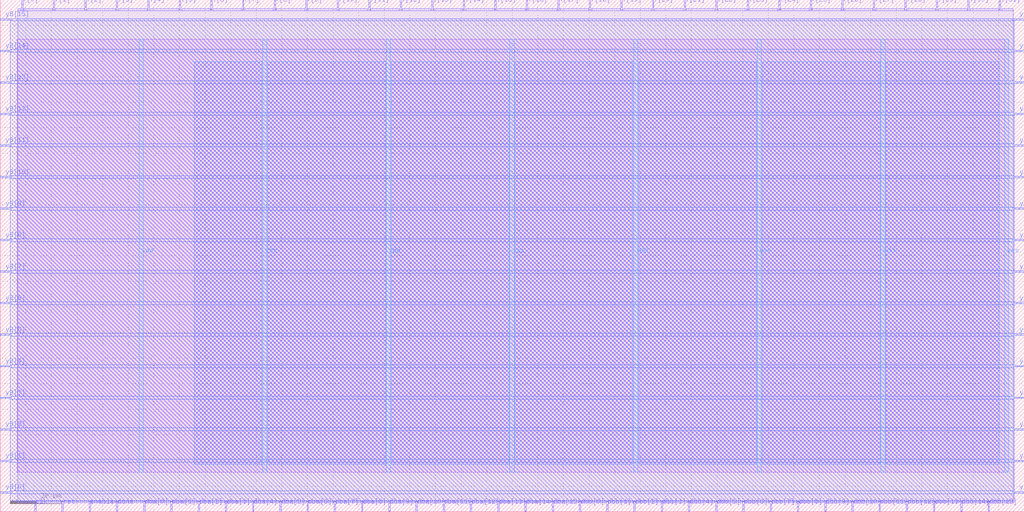
<source format=lef>
VERSION 5.7 ;
  NOWIREEXTENSIONATPIN ON ;
  DIVIDERCHAR "/" ;
  BUSBITCHARS "[]" ;
MACRO BinMultiplier
  CLASS BLOCK ;
  FOREIGN BinMultiplier ;
  ORIGIN 0.000 0.000 ;
  SIZE 400.000 BY 200.000 ;
  PIN Y[0]
    DIRECTION OUTPUT TRISTATE ;
    USE SIGNAL ;
    PORT
      LAYER Metal2 ;
        RECT 8.400 196.000 8.960 200.000 ;
    END
  END Y[0]
  PIN Y[10]
    DIRECTION OUTPUT TRISTATE ;
    USE SIGNAL ;
    PORT
      LAYER Metal2 ;
        RECT 131.600 196.000 132.160 200.000 ;
    END
  END Y[10]
  PIN Y[11]
    DIRECTION OUTPUT TRISTATE ;
    USE SIGNAL ;
    PORT
      LAYER Metal2 ;
        RECT 143.920 196.000 144.480 200.000 ;
    END
  END Y[11]
  PIN Y[12]
    DIRECTION OUTPUT TRISTATE ;
    USE SIGNAL ;
    PORT
      LAYER Metal2 ;
        RECT 156.240 196.000 156.800 200.000 ;
    END
  END Y[12]
  PIN Y[13]
    DIRECTION OUTPUT TRISTATE ;
    USE SIGNAL ;
    PORT
      LAYER Metal2 ;
        RECT 168.560 196.000 169.120 200.000 ;
    END
  END Y[13]
  PIN Y[14]
    DIRECTION OUTPUT TRISTATE ;
    USE SIGNAL ;
    PORT
      LAYER Metal2 ;
        RECT 180.880 196.000 181.440 200.000 ;
    END
  END Y[14]
  PIN Y[15]
    DIRECTION OUTPUT TRISTATE ;
    USE SIGNAL ;
    PORT
      LAYER Metal2 ;
        RECT 193.200 196.000 193.760 200.000 ;
    END
  END Y[15]
  PIN Y[16]
    DIRECTION OUTPUT TRISTATE ;
    USE SIGNAL ;
    PORT
      LAYER Metal2 ;
        RECT 205.520 196.000 206.080 200.000 ;
    END
  END Y[16]
  PIN Y[17]
    DIRECTION OUTPUT TRISTATE ;
    USE SIGNAL ;
    PORT
      LAYER Metal2 ;
        RECT 217.840 196.000 218.400 200.000 ;
    END
  END Y[17]
  PIN Y[18]
    DIRECTION OUTPUT TRISTATE ;
    USE SIGNAL ;
    PORT
      LAYER Metal2 ;
        RECT 230.160 196.000 230.720 200.000 ;
    END
  END Y[18]
  PIN Y[19]
    DIRECTION OUTPUT TRISTATE ;
    USE SIGNAL ;
    PORT
      LAYER Metal2 ;
        RECT 242.480 196.000 243.040 200.000 ;
    END
  END Y[19]
  PIN Y[1]
    DIRECTION OUTPUT TRISTATE ;
    USE SIGNAL ;
    PORT
      LAYER Metal2 ;
        RECT 20.720 196.000 21.280 200.000 ;
    END
  END Y[1]
  PIN Y[20]
    DIRECTION OUTPUT TRISTATE ;
    USE SIGNAL ;
    PORT
      LAYER Metal2 ;
        RECT 254.800 196.000 255.360 200.000 ;
    END
  END Y[20]
  PIN Y[21]
    DIRECTION OUTPUT TRISTATE ;
    USE SIGNAL ;
    PORT
      LAYER Metal2 ;
        RECT 267.120 196.000 267.680 200.000 ;
    END
  END Y[21]
  PIN Y[22]
    DIRECTION OUTPUT TRISTATE ;
    USE SIGNAL ;
    PORT
      LAYER Metal2 ;
        RECT 279.440 196.000 280.000 200.000 ;
    END
  END Y[22]
  PIN Y[23]
    DIRECTION OUTPUT TRISTATE ;
    USE SIGNAL ;
    PORT
      LAYER Metal2 ;
        RECT 291.760 196.000 292.320 200.000 ;
    END
  END Y[23]
  PIN Y[24]
    DIRECTION OUTPUT TRISTATE ;
    USE SIGNAL ;
    PORT
      LAYER Metal2 ;
        RECT 304.080 196.000 304.640 200.000 ;
    END
  END Y[24]
  PIN Y[25]
    DIRECTION OUTPUT TRISTATE ;
    USE SIGNAL ;
    PORT
      LAYER Metal2 ;
        RECT 316.400 196.000 316.960 200.000 ;
    END
  END Y[25]
  PIN Y[26]
    DIRECTION OUTPUT TRISTATE ;
    USE SIGNAL ;
    PORT
      LAYER Metal2 ;
        RECT 328.720 196.000 329.280 200.000 ;
    END
  END Y[26]
  PIN Y[27]
    DIRECTION OUTPUT TRISTATE ;
    USE SIGNAL ;
    PORT
      LAYER Metal2 ;
        RECT 341.040 196.000 341.600 200.000 ;
    END
  END Y[27]
  PIN Y[28]
    DIRECTION OUTPUT TRISTATE ;
    USE SIGNAL ;
    PORT
      LAYER Metal2 ;
        RECT 353.360 196.000 353.920 200.000 ;
    END
  END Y[28]
  PIN Y[29]
    DIRECTION OUTPUT TRISTATE ;
    USE SIGNAL ;
    PORT
      LAYER Metal2 ;
        RECT 365.680 196.000 366.240 200.000 ;
    END
  END Y[29]
  PIN Y[2]
    DIRECTION OUTPUT TRISTATE ;
    USE SIGNAL ;
    PORT
      LAYER Metal2 ;
        RECT 33.040 196.000 33.600 200.000 ;
    END
  END Y[2]
  PIN Y[30]
    DIRECTION OUTPUT TRISTATE ;
    USE SIGNAL ;
    PORT
      LAYER Metal2 ;
        RECT 378.000 196.000 378.560 200.000 ;
    END
  END Y[30]
  PIN Y[31]
    DIRECTION OUTPUT TRISTATE ;
    USE SIGNAL ;
    PORT
      LAYER Metal2 ;
        RECT 390.320 196.000 390.880 200.000 ;
    END
  END Y[31]
  PIN Y[3]
    DIRECTION OUTPUT TRISTATE ;
    USE SIGNAL ;
    PORT
      LAYER Metal2 ;
        RECT 45.360 196.000 45.920 200.000 ;
    END
  END Y[3]
  PIN Y[4]
    DIRECTION OUTPUT TRISTATE ;
    USE SIGNAL ;
    PORT
      LAYER Metal2 ;
        RECT 57.680 196.000 58.240 200.000 ;
    END
  END Y[4]
  PIN Y[5]
    DIRECTION OUTPUT TRISTATE ;
    USE SIGNAL ;
    PORT
      LAYER Metal2 ;
        RECT 70.000 196.000 70.560 200.000 ;
    END
  END Y[5]
  PIN Y[6]
    DIRECTION OUTPUT TRISTATE ;
    USE SIGNAL ;
    PORT
      LAYER Metal2 ;
        RECT 82.320 196.000 82.880 200.000 ;
    END
  END Y[6]
  PIN Y[7]
    DIRECTION OUTPUT TRISTATE ;
    USE SIGNAL ;
    PORT
      LAYER Metal2 ;
        RECT 94.640 196.000 95.200 200.000 ;
    END
  END Y[7]
  PIN Y[8]
    DIRECTION OUTPUT TRISTATE ;
    USE SIGNAL ;
    PORT
      LAYER Metal2 ;
        RECT 106.960 196.000 107.520 200.000 ;
    END
  END Y[8]
  PIN Y[9]
    DIRECTION OUTPUT TRISTATE ;
    USE SIGNAL ;
    PORT
      LAYER Metal2 ;
        RECT 119.280 196.000 119.840 200.000 ;
    END
  END Y[9]
  PIN clk
    DIRECTION INPUT ;
    USE SIGNAL ;
    PORT
      LAYER Metal2 ;
        RECT 13.440 0.000 14.000 4.000 ;
    END
  END clk
  PIN dba[0]
    DIRECTION INPUT ;
    USE SIGNAL ;
    PORT
      LAYER Metal2 ;
        RECT 56.000 0.000 56.560 4.000 ;
    END
  END dba[0]
  PIN dba[10]
    DIRECTION INPUT ;
    USE SIGNAL ;
    PORT
      LAYER Metal2 ;
        RECT 162.400 0.000 162.960 4.000 ;
    END
  END dba[10]
  PIN dba[11]
    DIRECTION INPUT ;
    USE SIGNAL ;
    PORT
      LAYER Metal2 ;
        RECT 173.040 0.000 173.600 4.000 ;
    END
  END dba[11]
  PIN dba[12]
    DIRECTION INPUT ;
    USE SIGNAL ;
    PORT
      LAYER Metal2 ;
        RECT 183.680 0.000 184.240 4.000 ;
    END
  END dba[12]
  PIN dba[13]
    DIRECTION INPUT ;
    USE SIGNAL ;
    PORT
      LAYER Metal2 ;
        RECT 194.320 0.000 194.880 4.000 ;
    END
  END dba[13]
  PIN dba[14]
    DIRECTION INPUT ;
    USE SIGNAL ;
    PORT
      LAYER Metal2 ;
        RECT 204.960 0.000 205.520 4.000 ;
    END
  END dba[14]
  PIN dba[15]
    DIRECTION INPUT ;
    USE SIGNAL ;
    PORT
      LAYER Metal2 ;
        RECT 215.600 0.000 216.160 4.000 ;
    END
  END dba[15]
  PIN dba[1]
    DIRECTION INPUT ;
    USE SIGNAL ;
    PORT
      LAYER Metal2 ;
        RECT 66.640 0.000 67.200 4.000 ;
    END
  END dba[1]
  PIN dba[2]
    DIRECTION INPUT ;
    USE SIGNAL ;
    PORT
      LAYER Metal2 ;
        RECT 77.280 0.000 77.840 4.000 ;
    END
  END dba[2]
  PIN dba[3]
    DIRECTION INPUT ;
    USE SIGNAL ;
    PORT
      LAYER Metal2 ;
        RECT 87.920 0.000 88.480 4.000 ;
    END
  END dba[3]
  PIN dba[4]
    DIRECTION INPUT ;
    USE SIGNAL ;
    PORT
      LAYER Metal2 ;
        RECT 98.560 0.000 99.120 4.000 ;
    END
  END dba[4]
  PIN dba[5]
    DIRECTION INPUT ;
    USE SIGNAL ;
    PORT
      LAYER Metal2 ;
        RECT 109.200 0.000 109.760 4.000 ;
    END
  END dba[5]
  PIN dba[6]
    DIRECTION INPUT ;
    USE SIGNAL ;
    PORT
      LAYER Metal2 ;
        RECT 119.840 0.000 120.400 4.000 ;
    END
  END dba[6]
  PIN dba[7]
    DIRECTION INPUT ;
    USE SIGNAL ;
    PORT
      LAYER Metal2 ;
        RECT 130.480 0.000 131.040 4.000 ;
    END
  END dba[7]
  PIN dba[8]
    DIRECTION INPUT ;
    USE SIGNAL ;
    PORT
      LAYER Metal2 ;
        RECT 141.120 0.000 141.680 4.000 ;
    END
  END dba[8]
  PIN dba[9]
    DIRECTION INPUT ;
    USE SIGNAL ;
    PORT
      LAYER Metal2 ;
        RECT 151.760 0.000 152.320 4.000 ;
    END
  END dba[9]
  PIN dbb[0]
    DIRECTION INPUT ;
    USE SIGNAL ;
    PORT
      LAYER Metal2 ;
        RECT 226.240 0.000 226.800 4.000 ;
    END
  END dbb[0]
  PIN dbb[10]
    DIRECTION INPUT ;
    USE SIGNAL ;
    PORT
      LAYER Metal2 ;
        RECT 332.640 0.000 333.200 4.000 ;
    END
  END dbb[10]
  PIN dbb[11]
    DIRECTION INPUT ;
    USE SIGNAL ;
    PORT
      LAYER Metal2 ;
        RECT 343.280 0.000 343.840 4.000 ;
    END
  END dbb[11]
  PIN dbb[12]
    DIRECTION INPUT ;
    USE SIGNAL ;
    PORT
      LAYER Metal2 ;
        RECT 353.920 0.000 354.480 4.000 ;
    END
  END dbb[12]
  PIN dbb[13]
    DIRECTION INPUT ;
    USE SIGNAL ;
    PORT
      LAYER Metal2 ;
        RECT 364.560 0.000 365.120 4.000 ;
    END
  END dbb[13]
  PIN dbb[14]
    DIRECTION INPUT ;
    USE SIGNAL ;
    PORT
      LAYER Metal2 ;
        RECT 375.200 0.000 375.760 4.000 ;
    END
  END dbb[14]
  PIN dbb[15]
    DIRECTION INPUT ;
    USE SIGNAL ;
    PORT
      LAYER Metal2 ;
        RECT 385.840 0.000 386.400 4.000 ;
    END
  END dbb[15]
  PIN dbb[1]
    DIRECTION INPUT ;
    USE SIGNAL ;
    PORT
      LAYER Metal2 ;
        RECT 236.880 0.000 237.440 4.000 ;
    END
  END dbb[1]
  PIN dbb[2]
    DIRECTION INPUT ;
    USE SIGNAL ;
    PORT
      LAYER Metal2 ;
        RECT 247.520 0.000 248.080 4.000 ;
    END
  END dbb[2]
  PIN dbb[3]
    DIRECTION INPUT ;
    USE SIGNAL ;
    PORT
      LAYER Metal2 ;
        RECT 258.160 0.000 258.720 4.000 ;
    END
  END dbb[3]
  PIN dbb[4]
    DIRECTION INPUT ;
    USE SIGNAL ;
    PORT
      LAYER Metal2 ;
        RECT 268.800 0.000 269.360 4.000 ;
    END
  END dbb[4]
  PIN dbb[5]
    DIRECTION INPUT ;
    USE SIGNAL ;
    PORT
      LAYER Metal2 ;
        RECT 279.440 0.000 280.000 4.000 ;
    END
  END dbb[5]
  PIN dbb[6]
    DIRECTION INPUT ;
    USE SIGNAL ;
    PORT
      LAYER Metal2 ;
        RECT 290.080 0.000 290.640 4.000 ;
    END
  END dbb[6]
  PIN dbb[7]
    DIRECTION INPUT ;
    USE SIGNAL ;
    PORT
      LAYER Metal2 ;
        RECT 300.720 0.000 301.280 4.000 ;
    END
  END dbb[7]
  PIN dbb[8]
    DIRECTION INPUT ;
    USE SIGNAL ;
    PORT
      LAYER Metal2 ;
        RECT 311.360 0.000 311.920 4.000 ;
    END
  END dbb[8]
  PIN dbb[9]
    DIRECTION INPUT ;
    USE SIGNAL ;
    PORT
      LAYER Metal2 ;
        RECT 322.000 0.000 322.560 4.000 ;
    END
  END dbb[9]
  PIN done
    DIRECTION OUTPUT TRISTATE ;
    USE SIGNAL ;
    PORT
      LAYER Metal2 ;
        RECT 45.360 0.000 45.920 4.000 ;
    END
  END done
  PIN enable
    DIRECTION INPUT ;
    USE SIGNAL ;
    PORT
      LAYER Metal2 ;
        RECT 34.720 0.000 35.280 4.000 ;
    END
  END enable
  PIN rst
    DIRECTION INPUT ;
    USE SIGNAL ;
    PORT
      LAYER Metal2 ;
        RECT 24.080 0.000 24.640 4.000 ;
    END
  END rst
  PIN vdd
    DIRECTION INOUT ;
    USE POWER ;
    PORT
      LAYER Metal4 ;
        RECT 54.220 15.380 55.820 184.540 ;
    END
    PORT
      LAYER Metal4 ;
        RECT 150.820 15.380 152.420 184.540 ;
    END
    PORT
      LAYER Metal4 ;
        RECT 247.420 15.380 249.020 184.540 ;
    END
    PORT
      LAYER Metal4 ;
        RECT 344.020 15.380 345.620 184.540 ;
    END
  END vdd
  PIN vss
    DIRECTION INOUT ;
    USE GROUND ;
    PORT
      LAYER Metal4 ;
        RECT 102.520 15.380 104.120 184.540 ;
    END
    PORT
      LAYER Metal4 ;
        RECT 199.120 15.380 200.720 184.540 ;
    END
    PORT
      LAYER Metal4 ;
        RECT 295.720 15.380 297.320 184.540 ;
    END
    PORT
      LAYER Metal4 ;
        RECT 392.320 15.380 393.920 184.540 ;
    END
  END vss
  PIN yA[0]
    DIRECTION OUTPUT TRISTATE ;
    USE SIGNAL ;
    PORT
      LAYER Metal3 ;
        RECT 396.000 7.280 400.000 7.840 ;
    END
  END yA[0]
  PIN yA[10]
    DIRECTION OUTPUT TRISTATE ;
    USE SIGNAL ;
    PORT
      LAYER Metal3 ;
        RECT 396.000 130.480 400.000 131.040 ;
    END
  END yA[10]
  PIN yA[11]
    DIRECTION OUTPUT TRISTATE ;
    USE SIGNAL ;
    PORT
      LAYER Metal3 ;
        RECT 396.000 142.800 400.000 143.360 ;
    END
  END yA[11]
  PIN yA[12]
    DIRECTION OUTPUT TRISTATE ;
    USE SIGNAL ;
    PORT
      LAYER Metal3 ;
        RECT 396.000 155.120 400.000 155.680 ;
    END
  END yA[12]
  PIN yA[13]
    DIRECTION OUTPUT TRISTATE ;
    USE SIGNAL ;
    PORT
      LAYER Metal3 ;
        RECT 396.000 167.440 400.000 168.000 ;
    END
  END yA[13]
  PIN yA[14]
    DIRECTION OUTPUT TRISTATE ;
    USE SIGNAL ;
    PORT
      LAYER Metal3 ;
        RECT 396.000 179.760 400.000 180.320 ;
    END
  END yA[14]
  PIN yA[15]
    DIRECTION OUTPUT TRISTATE ;
    USE SIGNAL ;
    PORT
      LAYER Metal3 ;
        RECT 396.000 192.080 400.000 192.640 ;
    END
  END yA[15]
  PIN yA[1]
    DIRECTION OUTPUT TRISTATE ;
    USE SIGNAL ;
    PORT
      LAYER Metal3 ;
        RECT 396.000 19.600 400.000 20.160 ;
    END
  END yA[1]
  PIN yA[2]
    DIRECTION OUTPUT TRISTATE ;
    USE SIGNAL ;
    PORT
      LAYER Metal3 ;
        RECT 396.000 31.920 400.000 32.480 ;
    END
  END yA[2]
  PIN yA[3]
    DIRECTION OUTPUT TRISTATE ;
    USE SIGNAL ;
    PORT
      LAYER Metal3 ;
        RECT 396.000 44.240 400.000 44.800 ;
    END
  END yA[3]
  PIN yA[4]
    DIRECTION OUTPUT TRISTATE ;
    USE SIGNAL ;
    PORT
      LAYER Metal3 ;
        RECT 396.000 56.560 400.000 57.120 ;
    END
  END yA[4]
  PIN yA[5]
    DIRECTION OUTPUT TRISTATE ;
    USE SIGNAL ;
    PORT
      LAYER Metal3 ;
        RECT 396.000 68.880 400.000 69.440 ;
    END
  END yA[5]
  PIN yA[6]
    DIRECTION OUTPUT TRISTATE ;
    USE SIGNAL ;
    PORT
      LAYER Metal3 ;
        RECT 396.000 81.200 400.000 81.760 ;
    END
  END yA[6]
  PIN yA[7]
    DIRECTION OUTPUT TRISTATE ;
    USE SIGNAL ;
    PORT
      LAYER Metal3 ;
        RECT 396.000 93.520 400.000 94.080 ;
    END
  END yA[7]
  PIN yA[8]
    DIRECTION OUTPUT TRISTATE ;
    USE SIGNAL ;
    PORT
      LAYER Metal3 ;
        RECT 396.000 105.840 400.000 106.400 ;
    END
  END yA[8]
  PIN yA[9]
    DIRECTION OUTPUT TRISTATE ;
    USE SIGNAL ;
    PORT
      LAYER Metal3 ;
        RECT 396.000 118.160 400.000 118.720 ;
    END
  END yA[9]
  PIN yB[0]
    DIRECTION OUTPUT TRISTATE ;
    USE SIGNAL ;
    PORT
      LAYER Metal3 ;
        RECT 0.000 7.280 4.000 7.840 ;
    END
  END yB[0]
  PIN yB[10]
    DIRECTION OUTPUT TRISTATE ;
    USE SIGNAL ;
    PORT
      LAYER Metal3 ;
        RECT 0.000 130.480 4.000 131.040 ;
    END
  END yB[10]
  PIN yB[11]
    DIRECTION OUTPUT TRISTATE ;
    USE SIGNAL ;
    PORT
      LAYER Metal3 ;
        RECT 0.000 142.800 4.000 143.360 ;
    END
  END yB[11]
  PIN yB[12]
    DIRECTION OUTPUT TRISTATE ;
    USE SIGNAL ;
    PORT
      LAYER Metal3 ;
        RECT 0.000 155.120 4.000 155.680 ;
    END
  END yB[12]
  PIN yB[13]
    DIRECTION OUTPUT TRISTATE ;
    USE SIGNAL ;
    PORT
      LAYER Metal3 ;
        RECT 0.000 167.440 4.000 168.000 ;
    END
  END yB[13]
  PIN yB[14]
    DIRECTION OUTPUT TRISTATE ;
    USE SIGNAL ;
    PORT
      LAYER Metal3 ;
        RECT 0.000 179.760 4.000 180.320 ;
    END
  END yB[14]
  PIN yB[15]
    DIRECTION OUTPUT TRISTATE ;
    USE SIGNAL ;
    PORT
      LAYER Metal3 ;
        RECT 0.000 192.080 4.000 192.640 ;
    END
  END yB[15]
  PIN yB[1]
    DIRECTION OUTPUT TRISTATE ;
    USE SIGNAL ;
    PORT
      LAYER Metal3 ;
        RECT 0.000 19.600 4.000 20.160 ;
    END
  END yB[1]
  PIN yB[2]
    DIRECTION OUTPUT TRISTATE ;
    USE SIGNAL ;
    PORT
      LAYER Metal3 ;
        RECT 0.000 31.920 4.000 32.480 ;
    END
  END yB[2]
  PIN yB[3]
    DIRECTION OUTPUT TRISTATE ;
    USE SIGNAL ;
    PORT
      LAYER Metal3 ;
        RECT 0.000 44.240 4.000 44.800 ;
    END
  END yB[3]
  PIN yB[4]
    DIRECTION OUTPUT TRISTATE ;
    USE SIGNAL ;
    PORT
      LAYER Metal3 ;
        RECT 0.000 56.560 4.000 57.120 ;
    END
  END yB[4]
  PIN yB[5]
    DIRECTION OUTPUT TRISTATE ;
    USE SIGNAL ;
    PORT
      LAYER Metal3 ;
        RECT 0.000 68.880 4.000 69.440 ;
    END
  END yB[5]
  PIN yB[6]
    DIRECTION OUTPUT TRISTATE ;
    USE SIGNAL ;
    PORT
      LAYER Metal3 ;
        RECT 0.000 81.200 4.000 81.760 ;
    END
  END yB[6]
  PIN yB[7]
    DIRECTION OUTPUT TRISTATE ;
    USE SIGNAL ;
    PORT
      LAYER Metal3 ;
        RECT 0.000 93.520 4.000 94.080 ;
    END
  END yB[7]
  PIN yB[8]
    DIRECTION OUTPUT TRISTATE ;
    USE SIGNAL ;
    PORT
      LAYER Metal3 ;
        RECT 0.000 105.840 4.000 106.400 ;
    END
  END yB[8]
  PIN yB[9]
    DIRECTION OUTPUT TRISTATE ;
    USE SIGNAL ;
    PORT
      LAYER Metal3 ;
        RECT 0.000 118.160 4.000 118.720 ;
    END
  END yB[9]
  OBS
      LAYER Metal1 ;
        RECT 6.720 15.380 393.920 184.540 ;
      LAYER Metal2 ;
        RECT 6.860 195.700 8.100 196.420 ;
        RECT 9.260 195.700 20.420 196.420 ;
        RECT 21.580 195.700 32.740 196.420 ;
        RECT 33.900 195.700 45.060 196.420 ;
        RECT 46.220 195.700 57.380 196.420 ;
        RECT 58.540 195.700 69.700 196.420 ;
        RECT 70.860 195.700 82.020 196.420 ;
        RECT 83.180 195.700 94.340 196.420 ;
        RECT 95.500 195.700 106.660 196.420 ;
        RECT 107.820 195.700 118.980 196.420 ;
        RECT 120.140 195.700 131.300 196.420 ;
        RECT 132.460 195.700 143.620 196.420 ;
        RECT 144.780 195.700 155.940 196.420 ;
        RECT 157.100 195.700 168.260 196.420 ;
        RECT 169.420 195.700 180.580 196.420 ;
        RECT 181.740 195.700 192.900 196.420 ;
        RECT 194.060 195.700 205.220 196.420 ;
        RECT 206.380 195.700 217.540 196.420 ;
        RECT 218.700 195.700 229.860 196.420 ;
        RECT 231.020 195.700 242.180 196.420 ;
        RECT 243.340 195.700 254.500 196.420 ;
        RECT 255.660 195.700 266.820 196.420 ;
        RECT 267.980 195.700 279.140 196.420 ;
        RECT 280.300 195.700 291.460 196.420 ;
        RECT 292.620 195.700 303.780 196.420 ;
        RECT 304.940 195.700 316.100 196.420 ;
        RECT 317.260 195.700 328.420 196.420 ;
        RECT 329.580 195.700 340.740 196.420 ;
        RECT 341.900 195.700 353.060 196.420 ;
        RECT 354.220 195.700 365.380 196.420 ;
        RECT 366.540 195.700 377.700 196.420 ;
        RECT 378.860 195.700 390.020 196.420 ;
        RECT 391.180 195.700 395.780 196.420 ;
        RECT 6.860 4.300 395.780 195.700 ;
        RECT 6.860 3.500 13.140 4.300 ;
        RECT 14.300 3.500 23.780 4.300 ;
        RECT 24.940 3.500 34.420 4.300 ;
        RECT 35.580 3.500 45.060 4.300 ;
        RECT 46.220 3.500 55.700 4.300 ;
        RECT 56.860 3.500 66.340 4.300 ;
        RECT 67.500 3.500 76.980 4.300 ;
        RECT 78.140 3.500 87.620 4.300 ;
        RECT 88.780 3.500 98.260 4.300 ;
        RECT 99.420 3.500 108.900 4.300 ;
        RECT 110.060 3.500 119.540 4.300 ;
        RECT 120.700 3.500 130.180 4.300 ;
        RECT 131.340 3.500 140.820 4.300 ;
        RECT 141.980 3.500 151.460 4.300 ;
        RECT 152.620 3.500 162.100 4.300 ;
        RECT 163.260 3.500 172.740 4.300 ;
        RECT 173.900 3.500 183.380 4.300 ;
        RECT 184.540 3.500 194.020 4.300 ;
        RECT 195.180 3.500 204.660 4.300 ;
        RECT 205.820 3.500 215.300 4.300 ;
        RECT 216.460 3.500 225.940 4.300 ;
        RECT 227.100 3.500 236.580 4.300 ;
        RECT 237.740 3.500 247.220 4.300 ;
        RECT 248.380 3.500 257.860 4.300 ;
        RECT 259.020 3.500 268.500 4.300 ;
        RECT 269.660 3.500 279.140 4.300 ;
        RECT 280.300 3.500 289.780 4.300 ;
        RECT 290.940 3.500 300.420 4.300 ;
        RECT 301.580 3.500 311.060 4.300 ;
        RECT 312.220 3.500 321.700 4.300 ;
        RECT 322.860 3.500 332.340 4.300 ;
        RECT 333.500 3.500 342.980 4.300 ;
        RECT 344.140 3.500 353.620 4.300 ;
        RECT 354.780 3.500 364.260 4.300 ;
        RECT 365.420 3.500 374.900 4.300 ;
        RECT 376.060 3.500 385.540 4.300 ;
        RECT 386.700 3.500 395.780 4.300 ;
      LAYER Metal3 ;
        RECT 4.300 191.780 395.700 192.500 ;
        RECT 4.000 180.620 396.000 191.780 ;
        RECT 4.300 179.460 395.700 180.620 ;
        RECT 4.000 168.300 396.000 179.460 ;
        RECT 4.300 167.140 395.700 168.300 ;
        RECT 4.000 155.980 396.000 167.140 ;
        RECT 4.300 154.820 395.700 155.980 ;
        RECT 4.000 143.660 396.000 154.820 ;
        RECT 4.300 142.500 395.700 143.660 ;
        RECT 4.000 131.340 396.000 142.500 ;
        RECT 4.300 130.180 395.700 131.340 ;
        RECT 4.000 119.020 396.000 130.180 ;
        RECT 4.300 117.860 395.700 119.020 ;
        RECT 4.000 106.700 396.000 117.860 ;
        RECT 4.300 105.540 395.700 106.700 ;
        RECT 4.000 94.380 396.000 105.540 ;
        RECT 4.300 93.220 395.700 94.380 ;
        RECT 4.000 82.060 396.000 93.220 ;
        RECT 4.300 80.900 395.700 82.060 ;
        RECT 4.000 69.740 396.000 80.900 ;
        RECT 4.300 68.580 395.700 69.740 ;
        RECT 4.000 57.420 396.000 68.580 ;
        RECT 4.300 56.260 395.700 57.420 ;
        RECT 4.000 45.100 396.000 56.260 ;
        RECT 4.300 43.940 395.700 45.100 ;
        RECT 4.000 32.780 396.000 43.940 ;
        RECT 4.300 31.620 395.700 32.780 ;
        RECT 4.000 20.460 396.000 31.620 ;
        RECT 4.300 19.300 395.700 20.460 ;
        RECT 4.000 8.140 396.000 19.300 ;
        RECT 4.300 6.980 395.700 8.140 ;
        RECT 4.000 4.060 396.000 6.980 ;
      LAYER Metal4 ;
        RECT 75.740 18.570 102.220 175.750 ;
        RECT 104.420 18.570 150.520 175.750 ;
        RECT 152.720 18.570 198.820 175.750 ;
        RECT 201.020 18.570 247.120 175.750 ;
        RECT 249.320 18.570 295.420 175.750 ;
        RECT 297.620 18.570 343.720 175.750 ;
        RECT 345.920 18.570 390.180 175.750 ;
  END
END BinMultiplier
END LIBRARY


</source>
